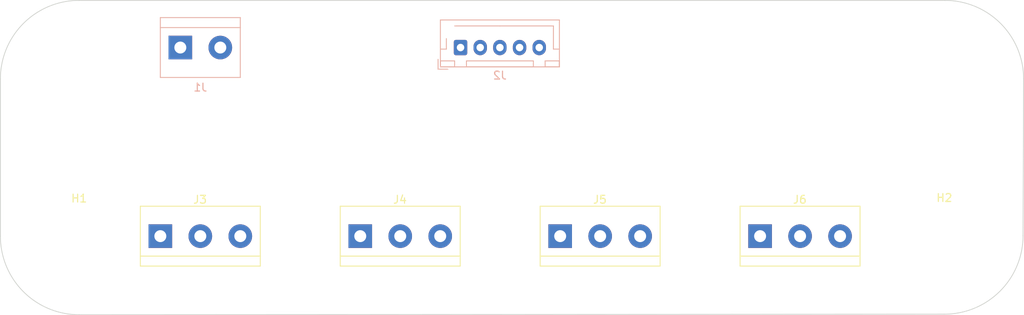
<source format=kicad_pcb>
(kicad_pcb (version 20221018) (generator pcbnew)
  (layers (0 "F.Cu" signal) (31 "B.Cu" signal) (34 "B.Paste" user) (35 "F.Paste" user) (36 "B.SilkS" user "B.Silkscreen") (37 "F.SilkS" user "F.Silkscreen") (38 "B.Mask" user) (39 "F.Mask" user) (44 "Edge.Cuts" user))
  (net 0 "")
  (net 1 "VCC")
  (net 2 "GND")
  (net 3 "SIG1")
  (net 4 "SIG2")
  (net 5 "SIG3")
  (net 6 "SIG4")
  (footprint "TerminalBlock:TerminalBlock_bornier-3_P5.08mm" (layer "F.Cu") (at 151.12 100)
    (fp_text reference "J5" (at 5.05 -4.65) (layer "F.SilkS"))
    (fp_text value "Out 3")
    (fp_line (start -2.54 -3.81) (end 12.7 -3.81) (stroke (width 0.12)) (layer "F.SilkS"))
    (fp_line (start -2.54 2.54) (end 12.7 2.54) (stroke (width 0.12)) (layer "F.SilkS"))
    (fp_line (start -2.54 3.81) (end -2.54 -3.81) (stroke (width 0.12)) (layer "F.SilkS"))
    (fp_line (start -2.54 3.81) (end 12.7 3.81) (stroke (width 0.12)) (layer "F.SilkS"))
    (fp_line (start 12.7 3.81) (end 12.7 -3.81) (stroke (width 0.12)) (layer "F.SilkS"))
    (pad "1" thru_hole rect (at 0 0) (size 3 3) (drill 1.52) (layers "*.Cu" "*.Mask") (net 1 "VCC"))
    (pad "2" thru_hole circle (at 5.08 0) (size 3 3) (drill 1.52) (layers "*.Cu" "*.Mask") (net 5 "SIG3"))
    (pad "3" thru_hole circle (at 10.16 0) (size 3 3) (drill 1.52) (layers "*.Cu" "*.Mask") (net 2 "GND"))
  )
  (footprint "TerminalBlock:TerminalBlock_bornier-3_P5.08mm" (layer "F.Cu") (at 125.72 100)
    (fp_text reference "J4" (at 5.05 -4.65) (layer "F.SilkS"))
    (fp_text value "Out 2")
    (fp_line (start -2.54 -3.81) (end 12.7 -3.81) (stroke (width 0.12)) (layer "F.SilkS"))
    (fp_line (start -2.54 2.54) (end 12.7 2.54) (stroke (width 0.12)) (layer "F.SilkS"))
    (fp_line (start -2.54 3.81) (end -2.54 -3.81) (stroke (width 0.12)) (layer "F.SilkS"))
    (fp_line (start -2.54 3.81) (end 12.7 3.81) (stroke (width 0.12)) (layer "F.SilkS"))
    (fp_line (start 12.7 3.81) (end 12.7 -3.81) (stroke (width 0.12)) (layer "F.SilkS"))
    (pad "1" thru_hole rect (at 0 0) (size 3 3) (drill 1.52) (layers "*.Cu" "*.Mask") (net 1 "VCC"))
    (pad "2" thru_hole circle (at 5.08 0) (size 3 3) (drill 1.52) (layers "*.Cu" "*.Mask") (net 4 "SIG2"))
    (pad "3" thru_hole circle (at 10.16 0) (size 3 3) (drill 1.52) (layers "*.Cu" "*.Mask") (net 2 "GND"))
  )
  (footprint "MountingHole:MountingHole_4.3mm_M4_ISO7380" (layer "F.Cu") (at 90 100)
    (fp_text reference "H1" (at 0 -4.8) (layer "F.SilkS"))
    (fp_text value "MountingHole")
    (pad "" np_thru_hole circle (at 0 0) (size 4.3 4.3) (drill 4.3) (layers "*.Cu" "*.Mask"))
  )
  (footprint "MountingHole:MountingHole_4.3mm_M4_ISO7380" (layer "F.Cu") (at 199.928932 99.928932)
    (fp_text reference "H2" (at 0 -4.8) (layer "F.SilkS"))
    (fp_text value "MountingHole")
    (pad "" np_thru_hole circle (at 0 0) (size 4.3 4.3) (drill 4.3) (layers "*.Cu" "*.Mask"))
  )
  (footprint "TerminalBlock:TerminalBlock_bornier-3_P5.08mm" (layer "F.Cu") (at 176.52 100)
    (fp_text reference "J6" (at 5.05 -4.65) (layer "F.SilkS"))
    (fp_text value "Out 4")
    (fp_line (start -2.54 -3.81) (end 12.7 -3.81) (stroke (width 0.12)) (layer "F.SilkS"))
    (fp_line (start -2.54 2.54) (end 12.7 2.54) (stroke (width 0.12)) (layer "F.SilkS"))
    (fp_line (start -2.54 3.81) (end -2.54 -3.81) (stroke (width 0.12)) (layer "F.SilkS"))
    (fp_line (start -2.54 3.81) (end 12.7 3.81) (stroke (width 0.12)) (layer "F.SilkS"))
    (fp_line (start 12.7 3.81) (end 12.7 -3.81) (stroke (width 0.12)) (layer "F.SilkS"))
    (pad "1" thru_hole rect (at 0 0) (size 3 3) (drill 1.52) (layers "*.Cu" "*.Mask") (net 1 "VCC"))
    (pad "2" thru_hole circle (at 5.08 0) (size 3 3) (drill 1.52) (layers "*.Cu" "*.Mask") (net 6 "SIG4"))
    (pad "3" thru_hole circle (at 10.16 0) (size 3 3) (drill 1.52) (layers "*.Cu" "*.Mask") (net 2 "GND"))
  )
  (footprint "TerminalBlock:TerminalBlock_bornier-3_P5.08mm" (layer "F.Cu") (at 100.32 100)
    (fp_text reference "J3" (at 5.05 -4.65) (layer "F.SilkS"))
    (fp_text value "Out 1")
    (fp_line (start -2.54 -3.81) (end 12.7 -3.81) (stroke (width 0.12)) (layer "F.SilkS"))
    (fp_line (start -2.54 2.54) (end 12.7 2.54) (stroke (width 0.12)) (layer "F.SilkS"))
    (fp_line (start -2.54 3.81) (end -2.54 -3.81) (stroke (width 0.12)) (layer "F.SilkS"))
    (fp_line (start -2.54 3.81) (end 12.7 3.81) (stroke (width 0.12)) (layer "F.SilkS"))
    (fp_line (start 12.7 3.81) (end 12.7 -3.81) (stroke (width 0.12)) (layer "F.SilkS"))
    (pad "1" thru_hole rect (at 0 0) (size 3 3) (drill 1.52) (layers "*.Cu" "*.Mask") (net 1 "VCC"))
    (pad "2" thru_hole circle (at 5.08 0) (size 3 3) (drill 1.52) (layers "*.Cu" "*.Mask") (net 3 "SIG1"))
    (pad "3" thru_hole circle (at 10.16 0) (size 3 3) (drill 1.52) (layers "*.Cu" "*.Mask") (net 2 "GND"))
  )
  (footprint "Connector_JST:JST_XH_B5B-XH-AM_1x05_P2.50mm_Vertical" (layer "B.Cu") (at 138.46 76)
    (fp_text reference "J2" (at 5 3.55) (layer "B.SilkS") (effects (justify mirror)))
    (fp_text value "Input")
    (fp_line (start -2.85 2.75) (end -2.85 1.5) (stroke (width 0.12)) (layer "B.SilkS"))
    (fp_line (start -2.56 -3.51) (end 12.56 -3.51) (stroke (width 0.12)) (layer "B.SilkS"))
    (fp_line (start -2.56 2.46) (end -2.56 -3.51) (stroke (width 0.12)) (layer "B.SilkS"))
    (fp_line (start -2.55 0.2) (end -1.8 0.2) (stroke (width 0.12)) (layer "B.SilkS"))
    (fp_line (start -2.55 1.7) (end -0.75 1.7) (stroke (width 0.12)) (layer "B.SilkS"))
    (fp_line (start -2.55 2.45) (end -2.55 1.7) (stroke (width 0.12)) (layer "B.SilkS"))
    (fp_line (start -1.8 0.2) (end -1.8 -1.14) (stroke (width 0.12)) (layer "B.SilkS"))
    (fp_line (start -1.6 2.75) (end -2.85 2.75) (stroke (width 0.12)) (layer "B.SilkS"))
    (fp_line (start -0.75 1.7) (end -0.75 2.45) (stroke (width 0.12)) (layer "B.SilkS"))
    (fp_line (start -0.75 2.45) (end -2.55 2.45) (stroke (width 0.12)) (layer "B.SilkS"))
    (fp_line (start 0.75 1.7) (end 9.25 1.7) (stroke (width 0.12)) (layer "B.SilkS"))
    (fp_line (start 0.75 2.45) (end 0.75 1.7) (stroke (width 0.12)) (layer "B.SilkS"))
    (fp_line (start 5 -2.75) (end -0.74 -2.75) (stroke (width 0.12)) (layer "B.SilkS"))
    (fp_line (start 9.25 1.7) (end 9.25 2.45) (stroke (width 0.12)) (layer "B.SilkS"))
    (fp_line (start 9.25 2.45) (end 0.75 2.45) (stroke (width 0.12)) (layer "B.SilkS"))
    (fp_line (start 10.75 1.7) (end 12.55 1.7) (stroke (width 0.12)) (layer "B.SilkS"))
    (fp_line (start 10.75 2.45) (end 10.75 1.7) (stroke (width 0.12)) (layer "B.SilkS"))
    (fp_line (start 11.8 -2.75) (end 5 -2.75) (stroke (width 0.12)) (layer "B.SilkS"))
    (fp_line (start 11.8 0.2) (end 11.8 -2.75) (stroke (width 0.12)) (layer "B.SilkS"))
    (fp_line (start 12.55 0.2) (end 11.8 0.2) (stroke (width 0.12)) (layer "B.SilkS"))
    (fp_line (start 12.55 1.7) (end 12.55 2.45) (stroke (width 0.12)) (layer "B.SilkS"))
    (fp_line (start 12.55 2.45) (end 10.75 2.45) (stroke (width 0.12)) (layer "B.SilkS"))
    (fp_line (start 12.56 -3.51) (end 12.56 2.46) (stroke (width 0.12)) (layer "B.SilkS"))
    (fp_line (start 12.56 2.46) (end -2.56 2.46) (stroke (width 0.12)) (layer "B.SilkS"))
    (pad "" np_thru_hole circle (at -1.6 -2) (size 1.2 1.2) (drill 1.2) (layers "*.Cu" "*.Mask"))
    (pad "1" thru_hole roundrect (at 0 0) (size 1.7 1.95) (drill 0.95) (layers "*.Cu" "*.Mask") (roundrect_rratio 0.147059) (net 3 "SIG1"))
    (pad "2" thru_hole oval (at 2.5 0) (size 1.7 1.95) (drill 0.95) (layers "*.Cu" "*.Mask") (net 4 "SIG2"))
    (pad "3" thru_hole oval (at 5 0) (size 1.7 1.95) (drill 0.95) (layers "*.Cu" "*.Mask") (net 5 "SIG3"))
    (pad "4" thru_hole oval (at 7.5 0) (size 1.7 1.95) (drill 0.95) (layers "*.Cu" "*.Mask") (net 6 "SIG4"))
    (pad "5" thru_hole oval (at 10 0) (size 1.7 1.95) (drill 0.95) (layers "*.Cu" "*.Mask") (net 2 "GND"))
  )
  (footprint "TerminalBlock:TerminalBlock_bornier-2_P5.08mm" (layer "B.Cu") (at 102.86 76)
    (fp_text reference "J1" (at 2.54 5.08 -360) (layer "B.SilkS") (effects (justify mirror)))
    (fp_text value "Power")
    (fp_line (start -2.54 -3.81) (end 7.62 -3.81) (stroke (width 0.12)) (layer "B.SilkS"))
    (fp_line (start -2.54 3.81) (end -2.54 -3.81) (stroke (width 0.12)) (layer "B.SilkS"))
    (fp_line (start 7.62 -3.81) (end 7.62 3.81) (stroke (width 0.12)) (layer "B.SilkS"))
    (fp_line (start 7.62 -2.54) (end -2.54 -2.54) (stroke (width 0.12)) (layer "B.SilkS"))
    (fp_line (start 7.62 3.81) (end -2.54 3.81) (stroke (width 0.12)) (layer "B.SilkS"))
    (pad "1" thru_hole rect (at 0 0) (size 3 3) (drill 1.52) (layers "*.Cu" "*.Mask") (net 1 "VCC"))
    (pad "2" thru_hole circle (at 5.08 0) (size 3 3) (drill 1.52) (layers "*.Cu" "*.Mask") (net 2 "GND"))
  )
  (gr_line (start 209.928932 99.928932) (end 210 80) (stroke (width 0.1)) (layer "Edge.Cuts"))
  (gr_arc (start 90 110) (mid 82.928932 107.071068) (end 80 100) (stroke (width 0.1)) (layer "Edge.Cuts"))
  (gr_line (start 90 110) (end 199.928932 109.928932) (stroke (width 0.1)) (layer "Edge.Cuts"))
  (gr_line (start 80 80) (end 80 100) (stroke (width 0.1)) (layer "Edge.Cuts"))
  (gr_arc (start 200 70) (mid 207.071068 72.928932) (end 210 80) (stroke (width 0.1)) (layer "Edge.Cuts"))
  (gr_line (start 90 70) (end 200 70) (stroke (width 0.1)) (layer "Edge.Cuts"))
  (gr_arc (start 209.928932 99.928932) (mid 207 107) (end 199.928932 109.928932) (stroke (width 0.1)) (layer "Edge.Cuts"))
  (gr_arc (start 80 80) (mid 82.928932 72.928932) (end 90 70) (stroke (width 0.1)) (layer "Edge.Cuts"))
)
</source>
